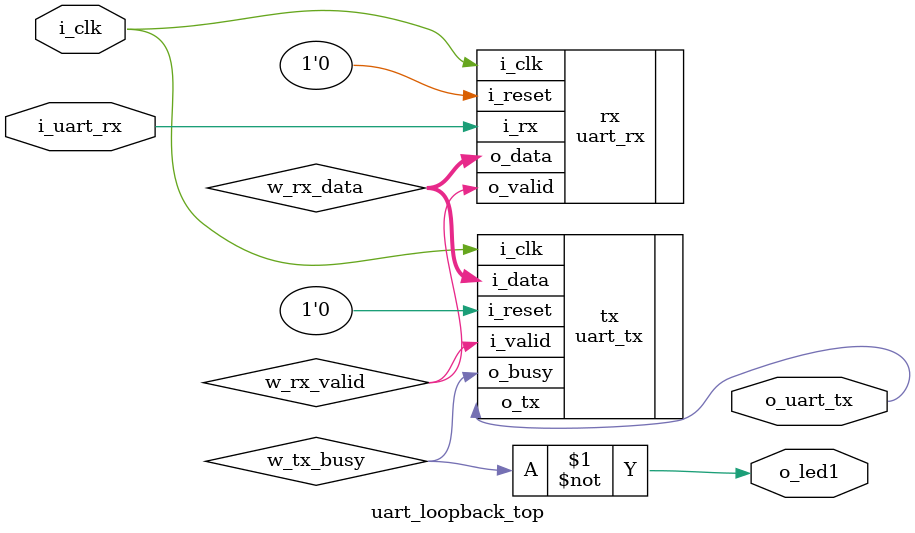
<source format=v>
module uart_loopback_top (
    input  wire i_clk,
    input  wire i_uart_rx,
    output wire o_uart_tx,
    output wire o_led1
);
    wire [7:0] w_rx_data;
    wire       w_rx_valid;
    wire       w_tx_busy;

    uart_rx #(.CLK_FREQ(25_000_000)) rx (
        .i_clk(i_clk), .i_reset(1'b0),
        .i_rx(i_uart_rx),
        .o_data(w_rx_data), .o_valid(w_rx_valid)
    );

    uart_tx #(.CLK_FREQ(25_000_000)) tx (
        .i_clk(i_clk), .i_reset(1'b0),
        .i_valid(w_rx_valid), .i_data(w_rx_data),
        .o_tx(o_uart_tx), .o_busy(w_tx_busy)
    );

    assign o_led1 = ~w_tx_busy;
endmodule

</source>
